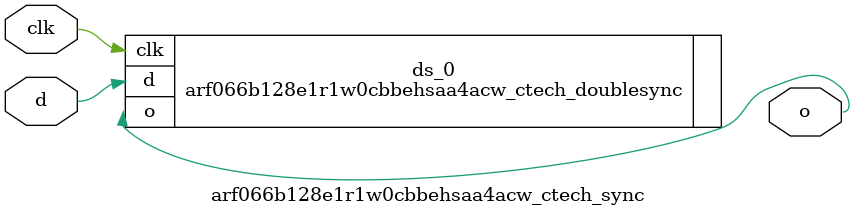
<source format=sv>

`ifndef ARF066B128E1R1W0CBBEHSAA4ACW_CTECH_SYNC_SV
`define ARF066B128E1R1W0CBBEHSAA4ACW_CTECH_SYNC_SV

module arf066b128e1r1w0cbbehsaa4acw_ctech_sync (
  input  logic  clk,
  input  logic  d,

  output logic  o
);

  arf066b128e1r1w0cbbehsaa4acw_ctech_doublesync ds_0 (.o(o), .d(d), .clk(clk));

endmodule // arf066b128e1r1w0cbbehsaa4acw_ctech_sync

`endif // ARF066B128E1R1W0CBBEHSAA4ACW_CTECH_SYNC_SV
</source>
